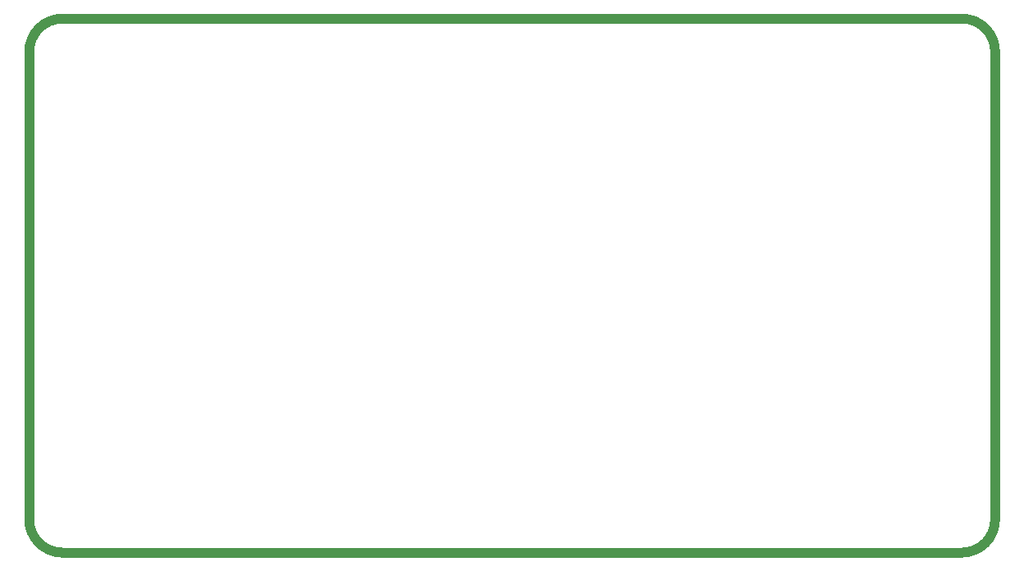
<source format=gm1>
G04*
G04 #@! TF.GenerationSoftware,Altium Limited,Altium Designer,23.9.2 (47)*
G04*
G04 Layer_Color=16711935*
%FSLAX44Y44*%
%MOMM*%
G71*
G04*
G04 #@! TF.SameCoordinates,1607B9EF-4730-45C7-A4D5-593DF947B7B5*
G04*
G04*
G04 #@! TF.FilePolarity,Positive*
G04*
G01*
G75*
%ADD69C,1.0000*%
D69*
X1488530Y462078D02*
G03*
X1522672Y496220I0J34142D01*
G01*
X526030D02*
G03*
X560170Y462080I34140J0D01*
G01*
X1522670Y978940D02*
G03*
X1488530Y1013080I-34140J0D01*
G01*
X560170Y1013082D02*
G03*
X526028Y978940I0J-34142D01*
G01*
X1522670Y496222D02*
Y978940D01*
X526030Y496220D02*
Y978938D01*
X560172Y462078D02*
X1488530D01*
X560170Y1013082D02*
X1488528D01*
M02*

</source>
